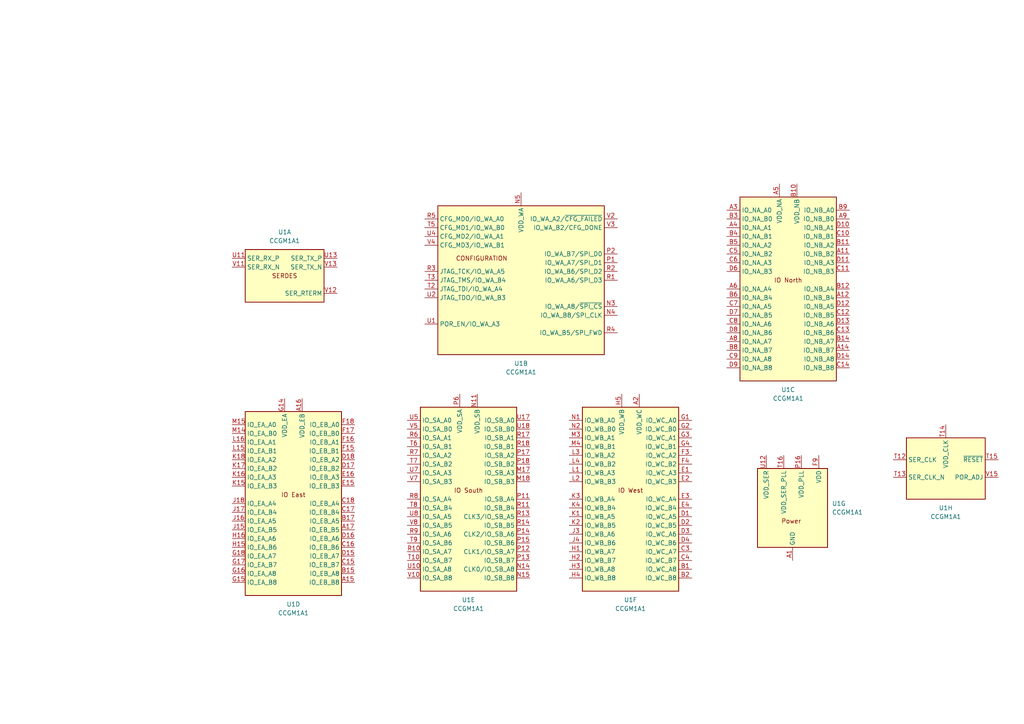
<source format=kicad_sch>
(kicad_sch (version 20250114) (generator "eeschema") (generator_version "9.0")
  (paper "A4")
  (lib_symbols
    (symbol "FPGA_CologneChip_GateMate:CCGM1A1"
      (property "Reference" "U" (at -12.7 8.89 0))
      (property "Value" "CCGM1A1" (at 11.43 8.89 0))
      (symbol "CCGM1A1_1_1"
        (rectangle (start -11.43 7.62) (end 11.43 -7.62) (stroke (width 0.254)) (fill (type background)))
        (text "SERDES" (at 0 0 0) (effects (font (size 1.27 1.27))))
        (pin input line (at -15.24 5.08 0) (length 3.81) (name "SER_RX_P") (number "U11"))
        (pin input line (at -15.24 2.54 0) (length 3.81) (name "SER_RX_N") (number "V11"))
        (pin output line (at 15.24 5.08 180) (length 3.81) (name "SER_TX_P") (number "U13"))
        (pin output line (at 15.24 2.54 180) (length 3.81) (name "SER_TX_N") (number "V13"))
        (pin passive line (at 15.24 -5.08 180) (length 3.81) (name "SER_RTERM") (number "V12"))
      )
      (symbol "CCGM1A1_2_1"
        (rectangle (start 24.13 21.59) (end -24.13 -21.59) (stroke (width 0.254)) (fill (type background)))
        (text "CONFIGURATION" (at -11.43 6.35 0) (effects (font (size 1.27 1.27))))
        (pin bidirectional line (at -27.94 17.78 0) (length 3.81) (name "CFG_MD0/IO_WA_A0") (number "R5"))
        (pin bidirectional line (at -27.94 15.24 0) (length 3.81) (name "CFG_MD1/IO_WA_B0") (number "T5"))
        (pin bidirectional line (at -27.94 12.7 0) (length 3.81) (name "CFG_MD2/IO_WA_A1") (number "U4"))
        (pin bidirectional line (at -27.94 10.16 0) (length 3.81) (name "CFG_MD3/IO_WA_B1") (number "V4"))
        (pin bidirectional line (at -27.94 2.54 0) (length 3.81) (name "JTAG_TCK/IO_WA_A5") (number "R3"))
        (pin bidirectional line (at -27.94 0 0) (length 3.81) (name "JTAG_TMS/IO_WA_B4") (number "T3"))
        (pin bidirectional line (at -27.94 -2.54 0) (length 3.81) (name "JTAG_TDI/IO_WA_A4") (number "T2"))
        (pin bidirectional line (at -27.94 -5.08 0) (length 3.81) (name "JTAG_TDO/IO_WA_B3") (number "U2"))
        (pin bidirectional line (at -27.94 -12.7 0) (length 3.81) (name "POR_EN/IO_WA_A3") (number "U1"))
        (pin power_in line (at 0 25.4 270) (length 3.81) (name "VDD_WA") (number "N5"))
        (pin passive line (at 0 25.4 270) (length 3.81) (hide yes) (name "VDD_WA") (number "P3"))
        (pin passive line (at 0 25.4 270) (length 3.81) (hide yes) (name "VDD_WA") (number "P5"))
        (pin passive line (at 0 25.4 270) (length 3.81) (hide yes) (name "VDD_WA") (number "T1"))
        (pin passive line (at 0 25.4 270) (length 3.81) (hide yes) (name "VDD_WA") (number "U3"))
        (pin bidirectional line (at 27.94 17.78 180) (length 3.81) (name "IO_WA_A2/~{CFG_FAILED}") (number "V2"))
        (pin bidirectional line (at 27.94 15.24 180) (length 3.81) (name "IO_WA_B2/CFG_DONE") (number "V3"))
        (pin bidirectional line (at 27.94 7.62 180) (length 3.81) (name "IO_WA_B7/SPI_D0") (number "P2"))
        (pin bidirectional line (at 27.94 5.08 180) (length 3.81) (name "IO_WA_A7/SPI_D1") (number "P1"))
        (pin bidirectional line (at 27.94 2.54 180) (length 3.81) (name "IO_WA_B6/SPI_D2") (number "R2"))
        (pin bidirectional line (at 27.94 0 180) (length 3.81) (name "IO_WA_A6/SPI_D3") (number "R1"))
        (pin bidirectional line (at 27.94 -7.62 180) (length 3.81) (name "IO_WA_A8/~{SPI_CS}") (number "N3"))
        (pin bidirectional line (at 27.94 -10.16 180) (length 3.81) (name "IO_WA_B8/SPI_CLK") (number "N4"))
        (pin bidirectional line (at 27.94 -15.24 180) (length 3.81) (name "IO_WA_B5/SPI_FWD") (number "R4"))
      )
      (symbol "CCGM1A1_3_1"
        (rectangle (start -13.97 -26.67) (end 13.97 26.67) (stroke (width 0.254)) (fill (type background)))
        (text "IO North" (at 0 2.54 0) (effects (font (size 1.27 1.27))))
        (pin bidirectional line (at -17.78 22.86 0) (length 3.81) (name "IO_NA_A0") (number "A3"))
        (pin bidirectional line (at -17.78 20.32 0) (length 3.81) (name "IO_NA_B0") (number "B3"))
        (pin bidirectional line (at -17.78 17.78 0) (length 3.81) (name "IO_NA_A1") (number "A4"))
        (pin bidirectional line (at -17.78 15.24 0) (length 3.81) (name "IO_NA_B1") (number "B4"))
        (pin bidirectional line (at -17.78 12.7 0) (length 3.81) (name "IO_NA_A2") (number "B5"))
        (pin bidirectional line (at -17.78 10.16 0) (length 3.81) (name "IO_NA_B2") (number "C5"))
        (pin bidirectional line (at -17.78 7.62 0) (length 3.81) (name "IO_NA_A3") (number "C6"))
        (pin bidirectional line (at -17.78 5.08 0) (length 3.81) (name "IO_NA_B3") (number "D6"))
        (pin bidirectional line (at -17.78 0 0) (length 3.81) (name "IO_NA_A4") (number "A6"))
        (pin bidirectional line (at -17.78 -2.54 0) (length 3.81) (name "IO_NA_B4") (number "B6"))
        (pin bidirectional line (at -17.78 -5.08 0) (length 3.81) (name "IO_NA_A5") (number "C7"))
        (pin bidirectional line (at -17.78 -7.62 0) (length 3.81) (name "IO_NA_B5") (number "D7"))
        (pin bidirectional line (at -17.78 -10.16 0) (length 3.81) (name "IO_NA_A6") (number "C8"))
        (pin bidirectional line (at -17.78 -12.7 0) (length 3.81) (name "IO_NA_B6") (number "D8"))
        (pin bidirectional line (at -17.78 -15.24 0) (length 3.81) (name "IO_NA_A7") (number "A8"))
        (pin bidirectional line (at -17.78 -17.78 0) (length 3.81) (name "IO_NA_B7") (number "B8"))
        (pin bidirectional line (at -17.78 -20.32 0) (length 3.81) (name "IO_NA_A8") (number "C9"))
        (pin bidirectional line (at -17.78 -22.86 0) (length 3.81) (name "IO_NA_B8") (number "D9"))
        (pin power_in line (at -2.54 30.48 270) (length 3.81) (name "VDD_NA") (number "A5"))
        (pin passive line (at -2.54 30.48 270) (length 3.81) (hide yes) (name "VDD_NA") (number "B7"))
        (pin passive line (at -2.54 30.48 270) (length 3.81) (hide yes) (name "VDD_NA") (number "E6"))
        (pin passive line (at -2.54 30.48 270) (length 3.81) (hide yes) (name "VDD_NA") (number "E8"))
        (pin passive line (at -2.54 30.48 270) (length 3.81) (hide yes) (name "VDD_NA") (number "F7"))
        (pin power_in line (at 2.54 30.48 270) (length 3.81) (name "VDD_NB") (number "B10"))
        (pin passive line (at 2.54 30.48 270) (length 3.81) (hide yes) (name "VDD_NB") (number "B13"))
        (pin passive line (at 2.54 30.48 270) (length 3.81) (hide yes) (name "VDD_NB") (number "E10"))
        (pin passive line (at 2.54 30.48 270) (length 3.81) (hide yes) (name "VDD_NB") (number "E12"))
        (pin passive line (at 2.54 30.48 270) (length 3.81) (hide yes) (name "VDD_NB") (number "F11"))
        (pin bidirectional line (at 17.78 22.86 180) (length 3.81) (name "IO_NB_A0") (number "B9"))
        (pin bidirectional line (at 17.78 20.32 180) (length 3.81) (name "IO_NB_B0") (number "A9"))
        (pin bidirectional line (at 17.78 17.78 180) (length 3.81) (name "IO_NB_A1") (number "D10"))
        (pin bidirectional line (at 17.78 15.24 180) (length 3.81) (name "IO_NB_B1") (number "C10"))
        (pin bidirectional line (at 17.78 12.7 180) (length 3.81) (name "IO_NB_A2") (number "B11"))
        (pin bidirectional line (at 17.78 10.16 180) (length 3.81) (name "IO_NB_B2") (number "A11"))
        (pin bidirectional line (at 17.78 7.62 180) (length 3.81) (name "IO_NB_A3") (number "D11"))
        (pin bidirectional line (at 17.78 5.08 180) (length 3.81) (name "IO_NB_B3") (number "C11"))
        (pin bidirectional line (at 17.78 0 180) (length 3.81) (name "IO_NB_A4") (number "B12"))
        (pin bidirectional line (at 17.78 -2.54 180) (length 3.81) (name "IO_NB_B4") (number "A12"))
        (pin bidirectional line (at 17.78 -5.08 180) (length 3.81) (name "IO_NB_A5") (number "D12"))
        (pin bidirectional line (at 17.78 -7.62 180) (length 3.81) (name "IO_NB_B5") (number "C12"))
        (pin bidirectional line (at 17.78 -10.16 180) (length 3.81) (name "IO_NB_A6") (number "D13"))
        (pin bidirectional line (at 17.78 -12.7 180) (length 3.81) (name "IO_NB_B6") (number "C13"))
        (pin bidirectional line (at 17.78 -15.24 180) (length 3.81) (name "IO_NB_A7") (number "B14"))
        (pin bidirectional line (at 17.78 -17.78 180) (length 3.81) (name "IO_NB_B7") (number "A14"))
        (pin bidirectional line (at 17.78 -20.32 180) (length 3.81) (name "IO_NB_A8") (number "D14"))
        (pin bidirectional line (at 17.78 -22.86 180) (length 3.81) (name "IO_NB_B8") (number "C14"))
      )
      (symbol "CCGM1A1_4_1"
        (rectangle (start -13.97 -26.67) (end 13.97 26.67) (stroke (width 0.254)) (fill (type background)))
        (text "IO East" (at 0 2.54 0) (effects (font (size 1.27 1.27))))
        (pin bidirectional line (at -17.78 22.86 0) (length 3.81) (name "IO_EA_A0") (number "M15"))
        (pin bidirectional line (at -17.78 20.32 0) (length 3.81) (name "IO_EA_B0") (number "M14"))
        (pin bidirectional line (at -17.78 17.78 0) (length 3.81) (name "IO_EA_A1") (number "L16"))
        (pin bidirectional line (at -17.78 15.24 0) (length 3.81) (name "IO_EA_B1") (number "L15"))
        (pin bidirectional line (at -17.78 12.7 0) (length 3.81) (name "IO_EA_A2") (number "K18"))
        (pin bidirectional line (at -17.78 10.16 0) (length 3.81) (name "IO_EA_B2") (number "K17"))
        (pin bidirectional line (at -17.78 7.62 0) (length 3.81) (name "IO_EA_A3") (number "K16"))
        (pin bidirectional line (at -17.78 5.08 0) (length 3.81) (name "IO_EA_B3") (number "K15"))
        (pin bidirectional line (at -17.78 0 0) (length 3.81) (name "IO_EA_A4") (number "J18"))
        (pin bidirectional line (at -17.78 -2.54 0) (length 3.81) (name "IO_EA_B4") (number "J17"))
        (pin bidirectional line (at -17.78 -5.08 0) (length 3.81) (name "IO_EA_A5") (number "J16"))
        (pin bidirectional line (at -17.78 -7.62 0) (length 3.81) (name "IO_EA_B5") (number "J15"))
        (pin bidirectional line (at -17.78 -10.16 0) (length 3.81) (name "IO_EA_A6") (number "H16"))
        (pin bidirectional line (at -17.78 -12.7 0) (length 3.81) (name "IO_EA_B6") (number "H15"))
        (pin bidirectional line (at -17.78 -15.24 0) (length 3.81) (name "IO_EA_A7") (number "G18"))
        (pin bidirectional line (at -17.78 -17.78 0) (length 3.81) (name "IO_EA_B7") (number "G17"))
        (pin bidirectional line (at -17.78 -20.32 0) (length 3.81) (name "IO_EA_A8") (number "G16"))
        (pin bidirectional line (at -17.78 -22.86 0) (length 3.81) (name "IO_EA_B8") (number "G15"))
        (pin power_in line (at -2.54 30.48 270) (length 3.81) (name "VDD_EA") (number "G14"))
        (pin passive line (at -2.54 30.48 270) (length 3.81) (hide yes) (name "VDD_EA") (number "H17"))
        (pin passive line (at -2.54 30.48 270) (length 3.81) (hide yes) (name "VDD_EA") (number "J14"))
        (pin passive line (at -2.54 30.48 270) (length 3.81) (hide yes) (name "VDD_EA") (number "L14"))
        (pin passive line (at -2.54 30.48 270) (length 3.81) (hide yes) (name "VDD_EA") (number "L17"))
        (pin power_in line (at 2.54 30.48 270) (length 3.81) (name "VDD_EB") (number "A16"))
        (pin passive line (at 2.54 30.48 270) (length 3.81) (hide yes) (name "VDD_EB") (number "B18"))
        (pin passive line (at 2.54 30.48 270) (length 3.81) (hide yes) (name "VDD_EB") (number "E14"))
        (pin passive line (at 2.54 30.48 270) (length 3.81) (hide yes) (name "VDD_EB") (number "E17"))
        (pin passive line (at 2.54 30.48 270) (length 3.81) (hide yes) (name "VDD_EB") (number "F13"))
        (pin bidirectional line (at 17.78 22.86 180) (length 3.81) (name "IO_EB_A0") (number "F18"))
        (pin bidirectional line (at 17.78 20.32 180) (length 3.81) (name "IO_EB_B0") (number "F17"))
        (pin bidirectional line (at 17.78 17.78 180) (length 3.81) (name "IO_EB_A1") (number "F16"))
        (pin bidirectional line (at 17.78 15.24 180) (length 3.81) (name "IO_EB_B1") (number "F15"))
        (pin bidirectional line (at 17.78 12.7 180) (length 3.81) (name "IO_EB_A2") (number "D18"))
        (pin bidirectional line (at 17.78 10.16 180) (length 3.81) (name "IO_EB_B2") (number "D17"))
        (pin bidirectional line (at 17.78 7.62 180) (length 3.81) (name "IO_EB_A3") (number "E16"))
        (pin bidirectional line (at 17.78 5.08 180) (length 3.81) (name "IO_EB_B3") (number "E15"))
        (pin bidirectional line (at 17.78 0 180) (length 3.81) (name "IO_EB_A4") (number "C18"))
        (pin bidirectional line (at 17.78 -2.54 180) (length 3.81) (name "IO_EB_B4") (number "C17"))
        (pin bidirectional line (at 17.78 -5.08 180) (length 3.81) (name "IO_EB_A5") (number "B17"))
        (pin bidirectional line (at 17.78 -7.62 180) (length 3.81) (name "IO_EB_B5") (number "A17"))
        (pin bidirectional line (at 17.78 -10.16 180) (length 3.81) (name "IO_EB_A6") (number "D16"))
        (pin bidirectional line (at 17.78 -12.7 180) (length 3.81) (name "IO_EB_B6") (number "C16"))
        (pin bidirectional line (at 17.78 -15.24 180) (length 3.81) (name "IO_EB_A7") (number "D15"))
        (pin bidirectional line (at 17.78 -17.78 180) (length 3.81) (name "IO_EB_B7") (number "C15"))
        (pin bidirectional line (at 17.78 -20.32 180) (length 3.81) (name "IO_EB_A8") (number "B15"))
        (pin bidirectional line (at 17.78 -22.86 180) (length 3.81) (name "IO_EB_B8") (number "A15"))
      )
      (symbol "CCGM1A1_5_1"
        (rectangle (start -13.97 -26.67) (end 13.97 26.67) (stroke (width 0.254)) (fill (type background)))
        (text "IO South" (at 0 2.54 0) (effects (font (size 1.27 1.27))))
        (pin bidirectional line (at -17.78 22.86 0) (length 3.81) (name "IO_SA_A0") (number "U5"))
        (pin bidirectional line (at -17.78 20.32 0) (length 3.81) (name "IO_SA_B0") (number "V5"))
        (pin bidirectional line (at -17.78 17.78 0) (length 3.81) (name "IO_SA_A1") (number "R6"))
        (pin bidirectional line (at -17.78 15.24 0) (length 3.81) (name "IO_SA_B1") (number "T6"))
        (pin bidirectional line (at -17.78 12.7 0) (length 3.81) (name "IO_SA_A2") (number "R7"))
        (pin bidirectional line (at -17.78 10.16 0) (length 3.81) (name "IO_SA_B2") (number "T7"))
        (pin bidirectional line (at -17.78 7.62 0) (length 3.81) (name "IO_SA_A3") (number "U7"))
        (pin bidirectional line (at -17.78 5.08 0) (length 3.81) (name "IO_SA_B3") (number "V7"))
        (pin bidirectional line (at -17.78 0 0) (length 3.81) (name "IO_SA_A4") (number "R8"))
        (pin bidirectional line (at -17.78 -2.54 0) (length 3.81) (name "IO_SA_B4") (number "T8"))
        (pin bidirectional line (at -17.78 -5.08 0) (length 3.81) (name "IO_SA_A5") (number "U8"))
        (pin bidirectional line (at -17.78 -7.62 0) (length 3.81) (name "IO_SA_B5") (number "V8"))
        (pin bidirectional line (at -17.78 -10.16 0) (length 3.81) (name "IO_SA_A6") (number "R9"))
        (pin bidirectional line (at -17.78 -12.7 0) (length 3.81) (name "IO_SA_B6") (number "T9"))
        (pin bidirectional line (at -17.78 -15.24 0) (length 3.81) (name "IO_SA_A7") (number "R10"))
        (pin bidirectional line (at -17.78 -17.78 0) (length 3.81) (name "IO_SA_B7") (number "T10"))
        (pin bidirectional line (at -17.78 -20.32 0) (length 3.81) (name "IO_SA_A8") (number "U10"))
        (pin bidirectional line (at -17.78 -22.86 0) (length 3.81) (name "IO_SA_B8") (number "V10"))
        (pin passive line (at -2.54 30.48 270) (length 3.81) (hide yes) (name "VDD_SA") (number "P10"))
        (pin power_in line (at -2.54 30.48 270) (length 3.81) (name "VDD_SA") (number "P6"))
        (pin passive line (at -2.54 30.48 270) (length 3.81) (hide yes) (name "VDD_SA") (number "P8"))
        (pin passive line (at -2.54 30.48 270) (length 3.81) (hide yes) (name "VDD_SA") (number "U6"))
        (pin passive line (at -2.54 30.48 270) (length 3.81) (hide yes) (name "VDD_SA") (number "U9"))
        (pin power_in line (at 2.54 30.48 270) (length 3.81) (name "VDD_SB") (number "N11"))
        (pin passive line (at 2.54 30.48 270) (length 3.81) (hide yes) (name "VDD_SB") (number "N13"))
        (pin passive line (at 2.54 30.48 270) (length 3.81) (hide yes) (name "VDD_SB") (number "N18"))
        (pin passive line (at 2.54 30.48 270) (length 3.81) (hide yes) (name "VDD_SB") (number "R15"))
        (pin passive line (at 2.54 30.48 270) (length 3.81) (hide yes) (name "VDD_SB") (number "T18"))
        (pin bidirectional line (at 17.78 22.86 180) (length 3.81) (name "IO_SB_A0") (number "U17"))
        (pin bidirectional line (at 17.78 20.32 180) (length 3.81) (name "IO_SB_B0") (number "U18"))
        (pin bidirectional line (at 17.78 17.78 180) (length 3.81) (name "IO_SB_A1") (number "R17"))
        (pin bidirectional line (at 17.78 15.24 180) (length 3.81) (name "IO_SB_B1") (number "R18"))
        (pin bidirectional line (at 17.78 12.7 180) (length 3.81) (name "IO_SB_A2") (number "P17"))
        (pin bidirectional line (at 17.78 10.16 180) (length 3.81) (name "IO_SB_B2") (number "P18"))
        (pin bidirectional line (at 17.78 7.62 180) (length 3.81) (name "IO_SB_A3") (number "M17"))
        (pin bidirectional line (at 17.78 5.08 180) (length 3.81) (name "IO_SB_B3") (number "M18"))
        (pin bidirectional line (at 17.78 0 180) (length 3.81) (name "IO_SB_A4") (number "P11"))
        (pin bidirectional line (at 17.78 -2.54 180) (length 3.81) (name "IO_SB_B4") (number "R11"))
        (pin bidirectional line (at 17.78 -5.08 180) (length 3.81) (name "CLK3/IO_SB_A5") (number "R13"))
        (pin bidirectional line (at 17.78 -7.62 180) (length 3.81) (name "IO_SB_B5") (number "R14"))
        (pin bidirectional line (at 17.78 -10.16 180) (length 3.81) (name "CLK2/IO_SB_A6") (number "P14"))
        (pin bidirectional line (at 17.78 -12.7 180) (length 3.81) (name "IO_SB_B6") (number "P15"))
        (pin bidirectional line (at 17.78 -15.24 180) (length 3.81) (name "CLK1/IO_SB_A7") (number "P12"))
        (pin bidirectional line (at 17.78 -17.78 180) (length 3.81) (name "IO_SB_B7") (number "P13"))
        (pin bidirectional line (at 17.78 -20.32 180) (length 3.81) (name "CLK0/IO_SB_A8") (number "N14"))
        (pin bidirectional line (at 17.78 -22.86 180) (length 3.81) (name "IO_SB_B8") (number "N15"))
      )
      (symbol "CCGM1A1_6_1"
        (rectangle (start -13.97 -26.67) (end 13.97 26.67) (stroke (width 0.254)) (fill (type background)))
        (text "IO West" (at 0 2.54 0) (effects (font (size 1.27 1.27))))
        (pin bidirectional line (at -17.78 22.86 0) (length 3.81) (name "IO_WB_A0") (number "N1"))
        (pin bidirectional line (at -17.78 20.32 0) (length 3.81) (name "IO_WB_B0") (number "N2"))
        (pin bidirectional line (at -17.78 17.78 0) (length 3.81) (name "IO_WB_A1") (number "M3"))
        (pin bidirectional line (at -17.78 15.24 0) (length 3.81) (name "IO_WB_B1") (number "M4"))
        (pin bidirectional line (at -17.78 12.7 0) (length 3.81) (name "IO_WB_A2") (number "L3"))
        (pin bidirectional line (at -17.78 10.16 0) (length 3.81) (name "IO_WB_B2") (number "L4"))
        (pin bidirectional line (at -17.78 7.62 0) (length 3.81) (name "IO_WB_A3") (number "L1"))
        (pin bidirectional line (at -17.78 5.08 0) (length 3.81) (name "IO_WB_B3") (number "L2"))
        (pin bidirectional line (at -17.78 0 0) (length 3.81) (name "IO_WB_A4") (number "K3"))
        (pin bidirectional line (at -17.78 -2.54 0) (length 3.81) (name "IO_WB_B4") (number "K4"))
        (pin bidirectional line (at -17.78 -5.08 0) (length 3.81) (name "IO_WB_A5") (number "K1"))
        (pin bidirectional line (at -17.78 -7.62 0) (length 3.81) (name "IO_WB_B5") (number "K2"))
        (pin bidirectional line (at -17.78 -10.16 0) (length 3.81) (name "IO_WB_A6") (number "J3"))
        (pin bidirectional line (at -17.78 -12.7 0) (length 3.81) (name "IO_WB_B6") (number "J4"))
        (pin bidirectional line (at -17.78 -15.24 0) (length 3.81) (name "IO_WB_A7") (number "H1"))
        (pin bidirectional line (at -17.78 -17.78 0) (length 3.81) (name "IO_WB_B7") (number "H2"))
        (pin bidirectional line (at -17.78 -20.32 0) (length 3.81) (name "IO_WB_A8") (number "H3"))
        (pin bidirectional line (at -17.78 -22.86 0) (length 3.81) (name "IO_WB_B8") (number "H4"))
        (pin power_in line (at -2.54 30.48 270) (length 3.81) (name "VDD_WB") (number "H5"))
        (pin passive line (at -2.54 30.48 270) (length 3.81) (hide yes) (name "VDD_WB") (number "J2"))
        (pin passive line (at -2.54 30.48 270) (length 3.81) (hide yes) (name "VDD_WB") (number "K5"))
        (pin passive line (at -2.54 30.48 270) (length 3.81) (hide yes) (name "VDD_WB") (number "M2"))
        (pin passive line (at -2.54 30.48 270) (length 3.81) (hide yes) (name "VDD_WB") (number "M5"))
        (pin power_in line (at 2.54 30.48 270) (length 3.81) (name "VDD_WC") (number "A2"))
        (pin passive line (at 2.54 30.48 270) (length 3.81) (hide yes) (name "VDD_WC") (number "C2"))
        (pin passive line (at 2.54 30.48 270) (length 3.81) (hide yes) (name "VDD_WC") (number "D5"))
        (pin passive line (at 2.54 30.48 270) (length 3.81) (hide yes) (name "VDD_WC") (number "F2"))
        (pin passive line (at 2.54 30.48 270) (length 3.81) (hide yes) (name "VDD_WC") (number "F5"))
        (pin bidirectional line (at 17.78 22.86 180) (length 3.81) (name "IO_WC_A0") (number "G1"))
        (pin bidirectional line (at 17.78 20.32 180) (length 3.81) (name "IO_WC_B0") (number "G2"))
        (pin bidirectional line (at 17.78 17.78 180) (length 3.81) (name "IO_WC_A1") (number "G3"))
        (pin bidirectional line (at 17.78 15.24 180) (length 3.81) (name "IO_WC_B1") (number "G4"))
        (pin bidirectional line (at 17.78 12.7 180) (length 3.81) (name "IO_WC_A2") (number "F3"))
        (pin bidirectional line (at 17.78 10.16 180) (length 3.81) (name "IO_WC_B2") (number "F4"))
        (pin bidirectional line (at 17.78 7.62 180) (length 3.81) (name "IO_WC_A3") (number "E1"))
        (pin bidirectional line (at 17.78 5.08 180) (length 3.81) (name "IO_WC_B3") (number "E2"))
        (pin bidirectional line (at 17.78 0 180) (length 3.81) (name "IO_WC_A4") (number "E3"))
        (pin bidirectional line (at 17.78 -2.54 180) (length 3.81) (name "IO_WC_B4") (number "E4"))
        (pin bidirectional line (at 17.78 -5.08 180) (length 3.81) (name "IO_WC_A5") (number "D1"))
        (pin bidirectional line (at 17.78 -7.62 180) (length 3.81) (name "IO_WC_B5") (number "D2"))
        (pin bidirectional line (at 17.78 -10.16 180) (length 3.81) (name "IO_WC_A6") (number "D3"))
        (pin bidirectional line (at 17.78 -12.7 180) (length 3.81) (name "IO_WC_B6") (number "D4"))
        (pin bidirectional line (at 17.78 -15.24 180) (length 3.81) (name "IO_WC_A7") (number "C3"))
        (pin bidirectional line (at 17.78 -17.78 180) (length 3.81) (name "IO_WC_B7") (number "C4"))
        (pin bidirectional line (at 17.78 -20.32 180) (length 3.81) (name "IO_WC_A8") (number "B1"))
        (pin bidirectional line (at 17.78 -22.86 180) (length 3.81) (name "IO_WC_B8") (number "B2"))
      )
      (symbol "CCGM1A1_7_1"
        (rectangle (start -10.16 11.43) (end 10.16 -11.43) (stroke (width 0.254)) (fill (type background)))
        (text "Power" (at 2.54 -3.81 0) (effects (font (size 1.27 1.27)) (justify right)))
        (pin power_in line (at -7.62 15.24 270) (length 3.81) (name "VDD_SER") (number "U12"))
        (pin passive line (at -7.62 15.24 270) (length 3.81) (hide yes) (name "VDD_SER") (number "V17"))
        (pin power_in line (at -2.54 15.24 270) (length 3.81) (name "VDD_SER_PLL") (number "T16"))
        (pin power_in line (at 0 -15.24 90) (length 3.81) (name "GND") (number "A1"))
        (pin passive line (at 0 -15.24 90) (length 3.81) (hide yes) (name "GND") (number "A10"))
        (pin passive line (at 0 -15.24 90) (length 3.81) (hide yes) (name "GND") (number "A13"))
        (pin passive line (at 0 -15.24 90) (length 3.81) (hide yes) (name "GND") (number "A18"))
        (pin passive line (at 0 -15.24 90) (length 3.81) (hide yes) (name "GND") (number "A7"))
        (pin passive line (at 0 -15.24 90) (length 3.81) (hide yes) (name "GND") (number "B16"))
        (pin passive line (at 0 -15.24 90) (length 3.81) (hide yes) (name "GND") (number "C1"))
        (pin passive line (at 0 -15.24 90) (length 3.81) (hide yes) (name "GND") (number "E11"))
        (pin passive line (at 0 -15.24 90) (length 3.81) (hide yes) (name "GND") (number "E13"))
        (pin passive line (at 0 -15.24 90) (length 3.81) (hide yes) (name "GND") (number "E18"))
        (pin passive line (at 0 -15.24 90) (length 3.81) (hide yes) (name "GND") (number "E5"))
        (pin passive line (at 0 -15.24 90) (length 3.81) (hide yes) (name "GND") (number "E7"))
        (pin passive line (at 0 -15.24 90) (length 3.81) (hide yes) (name "GND") (number "E9"))
        (pin passive line (at 0 -15.24 90) (length 3.81) (hide yes) (name "GND") (number "F1"))
        (pin passive line (at 0 -15.24 90) (length 3.81) (hide yes) (name "GND") (number "F10"))
        (pin passive line (at 0 -15.24 90) (length 3.81) (hide yes) (name "GND") (number "F12"))
        (pin passive line (at 0 -15.24 90) (length 3.81) (hide yes) (name "GND") (number "F14"))
        (pin passive line (at 0 -15.24 90) (length 3.81) (hide yes) (name "GND") (number "F6"))
        (pin passive line (at 0 -15.24 90) (length 3.81) (hide yes) (name "GND") (number "F8"))
        (pin passive line (at 0 -15.24 90) (length 3.81) (hide yes) (name "GND") (number "G11"))
        (pin passive line (at 0 -15.24 90) (length 3.81) (hide yes) (name "GND") (number "G13"))
        (pin passive line (at 0 -15.24 90) (length 3.81) (hide yes) (name "GND") (number "G5"))
        (pin passive line (at 0 -15.24 90) (length 3.81) (hide yes) (name "GND") (number "G7"))
        (pin passive line (at 0 -15.24 90) (length 3.81) (hide yes) (name "GND") (number "G9"))
        (pin passive line (at 0 -15.24 90) (length 3.81) (hide yes) (name "GND") (number "H10"))
        (pin passive line (at 0 -15.24 90) (length 3.81) (hide yes) (name "GND") (number "H12"))
        (pin passive line (at 0 -15.24 90) (length 3.81) (hide yes) (name "GND") (number "H14"))
        (pin passive line (at 0 -15.24 90) (length 3.81) (hide yes) (name "GND") (number "H18"))
        (pin passive line (at 0 -15.24 90) (length 3.81) (hide yes) (name "GND") (number "H6"))
        (pin passive line (at 0 -15.24 90) (length 3.81) (hide yes) (name "GND") (number "H8"))
        (pin passive line (at 0 -15.24 90) (length 3.81) (hide yes) (name "GND") (number "J1"))
        (pin passive line (at 0 -15.24 90) (length 3.81) (hide yes) (name "GND") (number "J11"))
        (pin passive line (at 0 -15.24 90) (length 3.81) (hide yes) (name "GND") (number "J13"))
        (pin passive line (at 0 -15.24 90) (length 3.81) (hide yes) (name "GND") (number "J5"))
        (pin passive line (at 0 -15.24 90) (length 3.81) (hide yes) (name "GND") (number "J7"))
        (pin passive line (at 0 -15.24 90) (length 3.81) (hide yes) (name "GND") (number "J9"))
        (pin passive line (at 0 -15.24 90) (length 3.81) (hide yes) (name "GND") (number "K10"))
        (pin passive line (at 0 -15.24 90) (length 3.81) (hide yes) (name "GND") (number "K12"))
        (pin passive line (at 0 -15.24 90) (length 3.81) (hide yes) (name "GND") (number "K14"))
        (pin passive line (at 0 -15.24 90) (length 3.81) (hide yes) (name "GND") (number "K6"))
        (pin passive line (at 0 -15.24 90) (length 3.81) (hide yes) (name "GND") (number "K8"))
        (pin passive line (at 0 -15.24 90) (length 3.81) (hide yes) (name "GND") (number "L11"))
        (pin passive line (at 0 -15.24 90) (length 3.81) (hide yes) (name "GND") (number "L13"))
        (pin passive line (at 0 -15.24 90) (length 3.81) (hide yes) (name "GND") (number "L18"))
        (pin passive line (at 0 -15.24 90) (length 3.81) (hide yes) (name "GND") (number "L5"))
        (pin passive line (at 0 -15.24 90) (length 3.81) (hide yes) (name "GND") (number "L7"))
        (pin passive line (at 0 -15.24 90) (length 3.81) (hide yes) (name "GND") (number "L9"))
        (pin passive line (at 0 -15.24 90) (length 3.81) (hide yes) (name "GND") (number "M1"))
        (pin passive line (at 0 -15.24 90) (length 3.81) (hide yes) (name "GND") (number "M10"))
        (pin passive line (at 0 -15.24 90) (length 3.81) (hide yes) (name "GND") (number "M12"))
        (pin passive line (at 0 -15.24 90) (length 3.81) (hide yes) (name "GND") (number "M16"))
        (pin passive line (at 0 -15.24 90) (length 3.81) (hide yes) (name "GND") (number "M6"))
        (pin passive line (at 0 -15.24 90) (length 3.81) (hide yes) (name "GND") (number "M8"))
        (pin passive line (at 0 -15.24 90) (length 3.81) (hide yes) (name "GND") (number "N12"))
        (pin passive line (at 0 -15.24 90) (length 3.81) (hide yes) (name "GND") (number "N17"))
        (pin passive line (at 0 -15.24 90) (length 3.81) (hide yes) (name "GND") (number "N7"))
        (pin passive line (at 0 -15.24 90) (length 3.81) (hide yes) (name "GND") (number "N9"))
        (pin passive line (at 0 -15.24 90) (length 3.81) (hide yes) (name "GND") (number "P4"))
        (pin passive line (at 0 -15.24 90) (length 3.81) (hide yes) (name "GND") (number "P7"))
        (pin passive line (at 0 -15.24 90) (length 3.81) (hide yes) (name "GND") (number "P9"))
        (pin passive line (at 0 -15.24 90) (length 3.81) (hide yes) (name "GND") (number "R12"))
        (pin passive line (at 0 -15.24 90) (length 3.81) (hide yes) (name "GND") (number "R16"))
        (pin passive line (at 0 -15.24 90) (length 3.81) (hide yes) (name "GND") (number "T11"))
        (pin passive line (at 0 -15.24 90) (length 3.81) (hide yes) (name "GND") (number "T17"))
        (pin passive line (at 0 -15.24 90) (length 3.81) (hide yes) (name "GND") (number "T4"))
        (pin passive line (at 0 -15.24 90) (length 3.81) (hide yes) (name "GND") (number "U14"))
        (pin passive line (at 0 -15.24 90) (length 3.81) (hide yes) (name "GND") (number "U15"))
        (pin passive line (at 0 -15.24 90) (length 3.81) (hide yes) (name "GND") (number "U16"))
        (pin passive line (at 0 -15.24 90) (length 3.81) (hide yes) (name "GND") (number "V1"))
        (pin passive line (at 0 -15.24 90) (length 3.81) (hide yes) (name "GND") (number "V14"))
        (pin passive line (at 0 -15.24 90) (length 3.81) (hide yes) (name "GND") (number "V16"))
        (pin passive line (at 0 -15.24 90) (length 3.81) (hide yes) (name "GND") (number "V18"))
        (pin passive line (at 0 -15.24 90) (length 3.81) (hide yes) (name "GND") (number "V6"))
        (pin passive line (at 0 -15.24 90) (length 3.81) (hide yes) (name "GND") (number "V9"))
        (pin power_in line (at 2.54 15.24 270) (length 3.81) (name "VDD_PLL") (number "P16"))
        (pin power_in line (at 7.62 15.24 270) (length 3.81) (name "VDD") (number "F9"))
        (pin passive line (at 7.62 15.24 270) (length 3.81) (hide yes) (name "VDD") (number "G10"))
        (pin passive line (at 7.62 15.24 270) (length 3.81) (hide yes) (name "VDD") (number "G12"))
        (pin passive line (at 7.62 15.24 270) (length 3.81) (hide yes) (name "VDD") (number "G6"))
        (pin passive line (at 7.62 15.24 270) (length 3.81) (hide yes) (name "VDD") (number "G8"))
        (pin passive line (at 7.62 15.24 270) (length 3.81) (hide yes) (name "VDD") (number "H11"))
        (pin passive line (at 7.62 15.24 270) (length 3.81) (hide yes) (name "VDD") (number "H13"))
        (pin passive line (at 7.62 15.24 270) (length 3.81) (hide yes) (name "VDD") (number "H7"))
        (pin passive line (at 7.62 15.24 270) (length 3.81) (hide yes) (name "VDD") (number "H9"))
        (pin passive line (at 7.62 15.24 270) (length 3.81) (hide yes) (name "VDD") (number "J10"))
        (pin passive line (at 7.62 15.24 270) (length 3.81) (hide yes) (name "VDD") (number "J12"))
        (pin passive line (at 7.62 15.24 270) (length 3.81) (hide yes) (name "VDD") (number "J6"))
        (pin passive line (at 7.62 15.24 270) (length 3.81) (hide yes) (name "VDD") (number "J8"))
        (pin passive line (at 7.62 15.24 270) (length 3.81) (hide yes) (name "VDD") (number "K11"))
        (pin passive line (at 7.62 15.24 270) (length 3.81) (hide yes) (name "VDD") (number "K13"))
        (pin passive line (at 7.62 15.24 270) (length 3.81) (hide yes) (name "VDD") (number "K7"))
        (pin passive line (at 7.62 15.24 270) (length 3.81) (hide yes) (name "VDD") (number "K9"))
        (pin passive line (at 7.62 15.24 270) (length 3.81) (hide yes) (name "VDD") (number "L10"))
        (pin passive line (at 7.62 15.24 270) (length 3.81) (hide yes) (name "VDD") (number "L12"))
        (pin passive line (at 7.62 15.24 270) (length 3.81) (hide yes) (name "VDD") (number "L6"))
        (pin passive line (at 7.62 15.24 270) (length 3.81) (hide yes) (name "VDD") (number "L8"))
        (pin passive line (at 7.62 15.24 270) (length 3.81) (hide yes) (name "VDD") (number "M11"))
        (pin passive line (at 7.62 15.24 270) (length 3.81) (hide yes) (name "VDD") (number "M13"))
        (pin passive line (at 7.62 15.24 270) (length 3.81) (hide yes) (name "VDD") (number "M7"))
        (pin passive line (at 7.62 15.24 270) (length 3.81) (hide yes) (name "VDD") (number "M9"))
        (pin passive line (at 7.62 15.24 270) (length 3.81) (hide yes) (name "VDD") (number "N10"))
        (pin passive line (at 7.62 15.24 270) (length 3.81) (hide yes) (name "VDD") (number "N6"))
        (pin passive line (at 7.62 15.24 270) (length 3.81) (hide yes) (name "VDD") (number "N8"))
        (pin no_connect line (at 10.16 -7.62 180) (length 3.81) (hide yes) (name "NC") (number "N16"))
      )
      (symbol "CCGM1A1_8_1"
        (rectangle (start -11.43 8.89) (end 11.43 -8.89) (stroke (width 0.254)) (fill (type background)))
        (pin input line (at -15.24 2.54 0) (length 3.81) (name "SER_CLK") (number "T12"))
        (pin input line (at -15.24 -2.54 0) (length 3.81) (name "SER_CLK_N") (number "T13"))
        (pin power_in line (at 0 12.7 270) (length 3.81) (name "VDD_CLK") (number "T14"))
        (pin input line (at 15.24 2.54 180) (length 3.81) (name "~{RESET}") (number "T15"))
        (pin passive line (at 15.24 -2.54 180) (length 3.81) (name "POR_ADJ") (number "V15"))
      )
    )
  )
  (symbol (lib_id "FPGA_CologneChip_GateMate:CCGM1A1") (at 182.88 144.78 0) (unit 6)
    (property "Reference" "U1" (at 182.88 173.99 0))
    (property "Value" "CCGM1A1" (at 182.88 176.53 0))
    (property "Footprint" "Package_BGA:BGA-324_15x15mm_Layout18x18_P0.8mm" (effects (hide yes)))
    (property "Datasheet" "https://colognechip.com/docs/ds1001-gatemate1-datasheet-2022-05.pdf" (effects (hide yes)))
    (property "Description" "Cologne Chip GateMate FPGA, BGA-324" (effects (hide yes)))
  )
  (symbol (lib_id "FPGA_CologneChip_GateMate:CCGM1A1") (at 229.87 147.32 0) (unit 7)
    (property "Reference" "U1" (at 241.3 146.0499 0) (effects (justify left)))
    (property "Value" "CCGM1A1" (at 241.3 148.5899 0) (effects (justify left)))
    (property "Footprint" "Package_BGA:BGA-324_15x15mm_Layout18x18_P0.8mm" (effects (hide yes)))
    (property "Datasheet" "https://colognechip.com/docs/ds1001-gatemate1-datasheet-2022-05.pdf" (effects (hide yes)))
    (property "Description" "Cologne Chip GateMate FPGA, BGA-324" (effects (hide yes)))
  )
  (symbol (lib_id "FPGA_CologneChip_GateMate:CCGM1A1") (at 82.55 80.01 0) (unit 1)
    (property "Reference" "U1" (at 82.55 67.31 0))
    (property "Value" "CCGM1A1" (at 82.55 69.85 0))
    (property "Footprint" "Package_BGA:BGA-324_15x15mm_Layout18x18_P0.8mm" (effects (hide yes)))
    (property "Datasheet" "https://colognechip.com/docs/ds1001-gatemate1-datasheet-2022-05.pdf" (effects (hide yes)))
    (property "Description" "Cologne Chip GateMate FPGA, BGA-324" (effects (hide yes)))
  )
  (symbol (lib_id "FPGA_CologneChip_GateMate:CCGM1A1") (at 228.6 83.82 0) (unit 3)
    (property "Reference" "U1" (at 228.6 113.03 0))
    (property "Value" "CCGM1A1" (at 228.6 115.57 0))
    (property "Footprint" "Package_BGA:BGA-324_15x15mm_Layout18x18_P0.8mm" (effects (hide yes)))
    (property "Datasheet" "https://colognechip.com/docs/ds1001-gatemate1-datasheet-2022-05.pdf" (effects (hide yes)))
    (property "Description" "Cologne Chip GateMate FPGA, BGA-324" (effects (hide yes)))
  )
  (symbol (lib_id "FPGA_CologneChip_GateMate:CCGM1A1") (at 274.32 135.89 0) (unit 8)
    (property "Reference" "U1" (at 274.32 147.32 0))
    (property "Value" "CCGM1A1" (at 274.32 149.86 0))
    (property "Footprint" "Package_BGA:BGA-324_15x15mm_Layout18x18_P0.8mm" (effects (hide yes)))
    (property "Datasheet" "https://colognechip.com/docs/ds1001-gatemate1-datasheet-2022-05.pdf" (effects (hide yes)))
    (property "Description" "Cologne Chip GateMate FPGA, BGA-324" (effects (hide yes)))
  )
  (symbol (lib_id "FPGA_CologneChip_GateMate:CCGM1A1") (at 135.89 144.78 0) (unit 5)
    (property "Reference" "U1" (at 135.89 173.99 0))
    (property "Value" "CCGM1A1" (at 135.89 176.53 0))
    (property "Footprint" "Package_BGA:BGA-324_15x15mm_Layout18x18_P0.8mm" (effects (hide yes)))
    (property "Datasheet" "https://colognechip.com/docs/ds1001-gatemate1-datasheet-2022-05.pdf" (effects (hide yes)))
    (property "Description" "Cologne Chip GateMate FPGA, BGA-324" (effects (hide yes)))
  )
  (symbol (lib_id "FPGA_CologneChip_GateMate:CCGM1A1") (at 85.09 146.05 0) (unit 4)
    (property "Reference" "U1" (at 85.09 175.26 0))
    (property "Value" "CCGM1A1" (at 85.09 177.8 0))
    (property "Footprint" "Package_BGA:BGA-324_15x15mm_Layout18x18_P0.8mm" (effects (hide yes)))
    (property "Datasheet" "https://colognechip.com/docs/ds1001-gatemate1-datasheet-2022-05.pdf" (effects (hide yes)))
    (property "Description" "Cologne Chip GateMate FPGA, BGA-324" (effects (hide yes)))
  )
  (symbol (lib_id "FPGA_CologneChip_GateMate:CCGM1A1") (at 151.13 81.28 0) (unit 2)
    (property "Reference" "U1" (at 151.13 105.41 0))
    (property "Value" "CCGM1A1" (at 151.13 107.95 0))
    (property "Footprint" "Package_BGA:BGA-324_15x15mm_Layout18x18_P0.8mm" (effects (hide yes)))
    (property "Datasheet" "https://colognechip.com/docs/ds1001-gatemate1-datasheet-2022-05.pdf" (effects (hide yes)))
    (property "Description" "Cologne Chip GateMate FPGA, BGA-324" (effects (hide yes)))
  )
)
</source>
